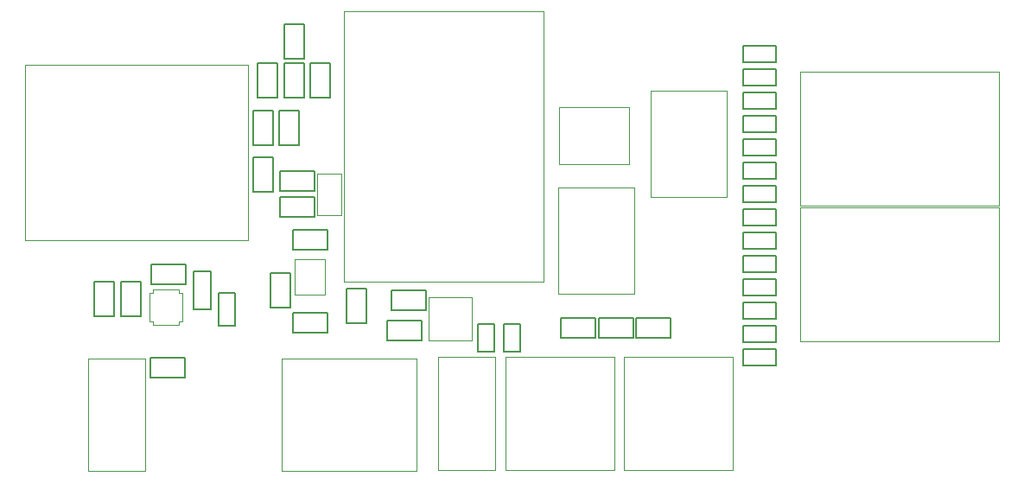
<source format=gbr>
G04*
G04 #@! TF.GenerationSoftware,Altium Limited,Altium Designer,24.7.2 (38)*
G04*
G04 Layer_Color=32768*
%FSLAX25Y25*%
%MOIN*%
G70*
G04*
G04 #@! TF.SameCoordinates,557B2C77-FFCE-42D9-A2FA-4134FEC932EB*
G04*
G04*
G04 #@! TF.FilePolarity,Positive*
G04*
G01*
G75*
%ADD10C,0.00787*%
%ADD77C,0.00197*%
D10*
X61350Y36201D02*
Y48799D01*
X67650D01*
Y36201D02*
Y48799D01*
X61350Y36201D02*
X67650D01*
X207889Y39256D02*
X221111D01*
Y31744D02*
Y39256D01*
X207889Y31744D02*
X221111D01*
X207889D02*
Y39256D01*
X193389D02*
X206611D01*
Y31744D02*
Y39256D01*
X193389Y31744D02*
X206611D01*
X193389D02*
Y39256D01*
X177650Y26173D02*
Y36827D01*
X171350Y26173D02*
X177650D01*
X171350D02*
Y36827D01*
X177650D01*
X89889Y65744D02*
Y73256D01*
Y65744D02*
X103111D01*
Y73256D01*
X89889D02*
X103111D01*
X86744Y152611D02*
X94256D01*
X86744Y139389D02*
Y152611D01*
Y139389D02*
X94256D01*
Y152611D01*
X83756Y124389D02*
Y137611D01*
X76244Y124389D02*
X83756D01*
X76244D02*
Y137611D01*
X83756D01*
X34795Y16149D02*
Y23851D01*
Y16149D02*
X48205D01*
Y23851D01*
X34795D02*
X48205D01*
X48705Y52149D02*
Y59851D01*
X35295D02*
X48705D01*
X35295Y52149D02*
Y59851D01*
Y52149D02*
X48705D01*
X51752Y42717D02*
X58248D01*
Y57284D01*
X51752D02*
X58248D01*
X51752Y42717D02*
Y57284D01*
X13149Y39795D02*
X20851D01*
Y53205D01*
X13149D02*
X20851D01*
X13149Y39795D02*
Y53205D01*
X23649Y39795D02*
X31351D01*
Y53205D01*
X23649D02*
X31351D01*
X23649Y39795D02*
Y53205D01*
X74744Y87889D02*
X82256D01*
Y101111D01*
X74744D02*
X82256D01*
X74744Y87889D02*
Y101111D01*
Y119111D02*
X82256D01*
X74744Y105889D02*
Y119111D01*
Y105889D02*
X82256D01*
Y119111D01*
X84744Y105889D02*
X92256D01*
Y119111D01*
X84744D02*
X92256D01*
X84744Y105889D02*
Y119111D01*
X96649Y124295D02*
X104351D01*
Y137705D01*
X96649Y137705D02*
X104351Y137705D01*
X96649Y124295D02*
Y137705D01*
X161350Y36827D02*
X167650D01*
X161350Y26173D02*
Y36827D01*
Y26173D02*
X167650D01*
Y36827D01*
X222389Y31744D02*
Y39256D01*
Y31744D02*
X235611D01*
Y39256D01*
X222389D02*
X235611D01*
X89889Y41256D02*
X103111D01*
Y33744D02*
Y41256D01*
X89889Y33744D02*
X103111D01*
X89889D02*
Y41256D01*
X81149Y43295D02*
X88851D01*
Y56705D01*
X81149D02*
X88851D01*
X81149Y43295D02*
Y56705D01*
X139705Y30649D02*
Y38351D01*
X126295D02*
X139705D01*
X126295D02*
X126295Y30649D01*
X139705D01*
X141111Y42244D02*
Y49756D01*
X127889D02*
X141111D01*
X127889Y42244D02*
Y49756D01*
Y42244D02*
X141111D01*
X263701Y27150D02*
X276299D01*
Y20850D02*
Y27150D01*
X263701Y20850D02*
X276299D01*
X263701D02*
Y27150D01*
Y45150D02*
X276299D01*
Y38850D02*
Y45150D01*
X263701Y38850D02*
X276299D01*
X263701D02*
Y45150D01*
Y36150D02*
X276299D01*
Y29850D02*
Y36150D01*
X263701Y29850D02*
X276299D01*
X263701D02*
Y36150D01*
Y54150D02*
X276299D01*
Y47850D02*
Y54150D01*
X263701Y47850D02*
X276299D01*
X263701D02*
Y54150D01*
Y63150D02*
X276299D01*
Y56850D02*
Y63150D01*
X263701Y56850D02*
X276299D01*
X263701D02*
Y63150D01*
Y72150D02*
X276299D01*
Y65850D02*
Y72150D01*
X263701Y65850D02*
X276299D01*
X263701D02*
Y72150D01*
Y81150D02*
X276299D01*
Y74850D02*
Y81150D01*
X263701Y74850D02*
X276299D01*
X263701D02*
Y81150D01*
X263657Y99150D02*
X276256D01*
Y92850D02*
Y99150D01*
X263657Y92850D02*
X276256D01*
X263657D02*
Y99150D01*
X263701Y90150D02*
X276299D01*
Y83850D02*
Y90150D01*
X263701Y83850D02*
X276299D01*
X263701D02*
Y90150D01*
Y128850D02*
Y135150D01*
Y128850D02*
X276299D01*
Y135150D01*
X263701D02*
X276299D01*
X263701Y144150D02*
X276299D01*
Y137850D02*
Y144150D01*
X263701Y137850D02*
X276299D01*
X263701D02*
Y144150D01*
Y126150D02*
X276299D01*
Y119850D02*
Y126150D01*
X263701Y119850D02*
X276299D01*
X263701D02*
Y126150D01*
Y117150D02*
X276299D01*
Y110850D02*
Y117150D01*
X263701Y110850D02*
X276299D01*
X263701D02*
Y117150D01*
Y108150D02*
X276299D01*
Y101850D02*
Y108150D01*
X263701Y101850D02*
X276299D01*
X263701D02*
Y108150D01*
X86649Y124295D02*
Y137705D01*
X94351Y137705D01*
Y124295D02*
Y137705D01*
X86649Y124295D02*
X94351D01*
X84795Y78149D02*
X98205D01*
X84795Y85851D02*
X84795Y78149D01*
X84795Y85851D02*
X98205D01*
Y78149D02*
Y85851D01*
X84795Y88149D02*
X98205D01*
X84795Y95851D02*
X84795Y88149D01*
X84795Y95851D02*
X98205D01*
Y88149D02*
Y95851D01*
X110744Y37389D02*
Y50611D01*
X118256D01*
Y37389D02*
Y50611D01*
X110744Y37389D02*
X118256D01*
D77*
X227894Y126972D02*
X257106D01*
X227894Y86028D02*
X257106D01*
X227894D02*
Y126972D01*
X257106Y86028D02*
Y126972D01*
X109665Y53142D02*
X186437D01*
X186437Y157472D02*
X186437Y53142D01*
X109665Y157473D02*
X186437Y157472D01*
X109665Y53142D02*
X109665Y157473D01*
X72646Y69142D02*
Y136858D01*
X-13575Y69142D02*
X72646D01*
X-13575D02*
Y136858D01*
X72646D01*
X172016Y-19382D02*
X213984D01*
Y24181D01*
X172016D02*
X213984D01*
X172016Y-19382D02*
Y24181D01*
X11016Y-19882D02*
Y23681D01*
X32984D01*
Y-19882D02*
Y23681D01*
X11016Y-19882D02*
X32984D01*
X192516Y98516D02*
X219484D01*
X192516D02*
Y120484D01*
X219484D01*
Y98516D02*
Y120484D01*
X192394Y89472D02*
X221606D01*
X192394Y48528D02*
X221606D01*
X192394D02*
Y89472D01*
X221606Y48528D02*
Y89472D01*
X90595Y61890D02*
X102406D01*
X90595Y48110D02*
Y61890D01*
Y48110D02*
X102406D01*
Y61890D01*
X99276Y78929D02*
X108724D01*
Y95071D01*
X99276D02*
X108724D01*
X99276Y78929D02*
Y95071D01*
X34642Y48953D02*
X36079D01*
Y50390D01*
X45921D01*
Y48953D02*
Y50390D01*
Y48953D02*
X47358D01*
X45921Y38047D02*
X47358D01*
X45921Y36610D02*
Y38047D01*
X36079Y36610D02*
X45921D01*
X36079D02*
Y38047D01*
X34642D02*
X36079D01*
X34642D02*
Y48953D01*
X47358Y38047D02*
Y48953D01*
X142213Y30713D02*
X158787D01*
X142213Y47287D02*
X158787D01*
X142213Y30713D02*
Y47287D01*
X158787Y30713D02*
Y47287D01*
X146016Y-19382D02*
Y24181D01*
X167984D01*
Y-19382D02*
Y24181D01*
X146016Y-19382D02*
X167984D01*
X85516Y-19882D02*
X137484D01*
Y23681D01*
X85516D02*
X137484D01*
X85516Y-19882D02*
Y23681D01*
X362386Y30213D02*
Y81787D01*
X285614D02*
X362386D01*
X285614Y30213D02*
Y81787D01*
Y30213D02*
X362386D01*
Y82713D02*
Y134287D01*
X285614D02*
X362386D01*
X285614Y82713D02*
Y134287D01*
Y82713D02*
X362386D01*
X217516Y-19382D02*
X259484D01*
Y24181D01*
X217516D02*
X259484D01*
X217516Y-19382D02*
Y24181D01*
M02*

</source>
